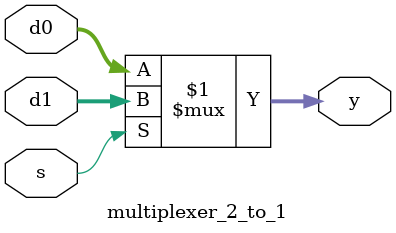
<source format=sv>
module multiplexer_2_to_1
	#(parameter n=8) 
	(input logic [n-1:0] d0, d1,
	input logic s, 
	output logic [n-1:0] y);
	
	assign y = s ? d1:d0;
	

endmodule

</source>
